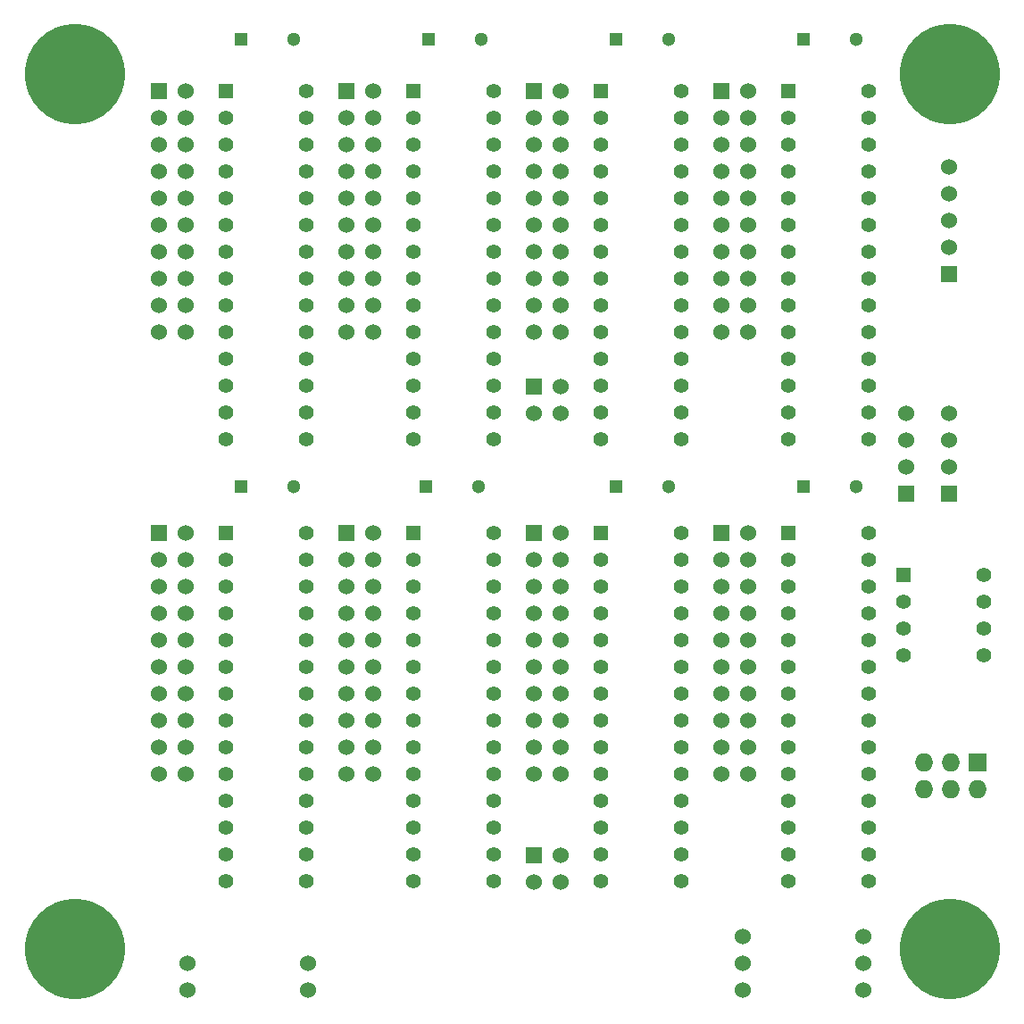
<source format=gbs>
G04 #@! TF.FileFunction,Soldermask,Bot*
%FSLAX46Y46*%
G04 Gerber Fmt 4.6, Leading zero omitted, Abs format (unit mm)*
G04 Created by KiCad (PCBNEW (after 2015-mar-04 BZR unknown)-product) date 6/26/2015 7:37:56 AM*
%MOMM*%
G01*
G04 APERTURE LIST*
%ADD10C,0.150000*%
%ADD11R,1.524000X1.524000*%
%ADD12C,1.524000*%
%ADD13C,9.525000*%
%ADD14C,1.397000*%
%ADD15R,1.397000X1.397000*%
%ADD16R,1.300000X1.300000*%
%ADD17C,1.300000*%
%ADD18R,1.727200X1.727200*%
%ADD19O,1.727200X1.727200*%
G04 APERTURE END LIST*
D10*
D11*
X139869000Y-95753000D03*
D12*
X139869000Y-93213000D03*
X139869000Y-90673000D03*
X139869000Y-88133000D03*
D13*
X61000000Y-56000000D03*
X144000000Y-56000000D03*
X61000000Y-139000000D03*
X144000000Y-139000000D03*
D11*
X122310000Y-57620000D03*
D12*
X124850000Y-57620000D03*
X122310000Y-60160000D03*
X124850000Y-60160000D03*
X122310000Y-62700000D03*
X124850000Y-62700000D03*
X122310000Y-65240000D03*
X124850000Y-65240000D03*
X122310000Y-67780000D03*
X124850000Y-67780000D03*
X122310000Y-70320000D03*
X124850000Y-70320000D03*
X122310000Y-72860000D03*
X124850000Y-72860000D03*
X122310000Y-75400000D03*
X124850000Y-75400000D03*
X122310000Y-77940000D03*
X124850000Y-77940000D03*
X122310000Y-80480000D03*
X124850000Y-80480000D03*
D11*
X104530000Y-57620000D03*
D12*
X107070000Y-57620000D03*
X104530000Y-60160000D03*
X107070000Y-60160000D03*
X104530000Y-62700000D03*
X107070000Y-62700000D03*
X104530000Y-65240000D03*
X107070000Y-65240000D03*
X104530000Y-67780000D03*
X107070000Y-67780000D03*
X104530000Y-70320000D03*
X107070000Y-70320000D03*
X104530000Y-72860000D03*
X107070000Y-72860000D03*
X104530000Y-75400000D03*
X107070000Y-75400000D03*
X104530000Y-77940000D03*
X107070000Y-77940000D03*
X104530000Y-80480000D03*
X107070000Y-80480000D03*
D11*
X86750000Y-57620000D03*
D12*
X89290000Y-57620000D03*
X86750000Y-60160000D03*
X89290000Y-60160000D03*
X86750000Y-62700000D03*
X89290000Y-62700000D03*
X86750000Y-65240000D03*
X89290000Y-65240000D03*
X86750000Y-67780000D03*
X89290000Y-67780000D03*
X86750000Y-70320000D03*
X89290000Y-70320000D03*
X86750000Y-72860000D03*
X89290000Y-72860000D03*
X86750000Y-75400000D03*
X89290000Y-75400000D03*
X86750000Y-77940000D03*
X89290000Y-77940000D03*
X86750000Y-80480000D03*
X89290000Y-80480000D03*
D11*
X68970000Y-57620000D03*
D12*
X71510000Y-57620000D03*
X68970000Y-60160000D03*
X71510000Y-60160000D03*
X68970000Y-62700000D03*
X71510000Y-62700000D03*
X68970000Y-65240000D03*
X71510000Y-65240000D03*
X68970000Y-67780000D03*
X71510000Y-67780000D03*
X68970000Y-70320000D03*
X71510000Y-70320000D03*
X68970000Y-72860000D03*
X71510000Y-72860000D03*
X68970000Y-75400000D03*
X71510000Y-75400000D03*
X68970000Y-77940000D03*
X71510000Y-77940000D03*
X68970000Y-80480000D03*
X71510000Y-80480000D03*
D11*
X143933000Y-95753000D03*
D12*
X143933000Y-93213000D03*
X143933000Y-90673000D03*
X143933000Y-88133000D03*
D11*
X86750000Y-99530000D03*
D12*
X89290000Y-99530000D03*
X86750000Y-102070000D03*
X89290000Y-102070000D03*
X86750000Y-104610000D03*
X89290000Y-104610000D03*
X86750000Y-107150000D03*
X89290000Y-107150000D03*
X86750000Y-109690000D03*
X89290000Y-109690000D03*
X86750000Y-112230000D03*
X89290000Y-112230000D03*
X86750000Y-114770000D03*
X89290000Y-114770000D03*
X86750000Y-117310000D03*
X89290000Y-117310000D03*
X86750000Y-119850000D03*
X89290000Y-119850000D03*
X86750000Y-122390000D03*
X89290000Y-122390000D03*
D11*
X104530000Y-99530000D03*
D12*
X107070000Y-99530000D03*
X104530000Y-102070000D03*
X107070000Y-102070000D03*
X104530000Y-104610000D03*
X107070000Y-104610000D03*
X104530000Y-107150000D03*
X107070000Y-107150000D03*
X104530000Y-109690000D03*
X107070000Y-109690000D03*
X104530000Y-112230000D03*
X107070000Y-112230000D03*
X104530000Y-114770000D03*
X107070000Y-114770000D03*
X104530000Y-117310000D03*
X107070000Y-117310000D03*
X104530000Y-119850000D03*
X107070000Y-119850000D03*
X104530000Y-122390000D03*
X107070000Y-122390000D03*
D11*
X122310000Y-99530000D03*
D12*
X124850000Y-99530000D03*
X122310000Y-102070000D03*
X124850000Y-102070000D03*
X122310000Y-104610000D03*
X124850000Y-104610000D03*
X122310000Y-107150000D03*
X124850000Y-107150000D03*
X122310000Y-109690000D03*
X124850000Y-109690000D03*
X122310000Y-112230000D03*
X124850000Y-112230000D03*
X122310000Y-114770000D03*
X124850000Y-114770000D03*
X122310000Y-117310000D03*
X124850000Y-117310000D03*
X122310000Y-119850000D03*
X124850000Y-119850000D03*
X122310000Y-122390000D03*
X124850000Y-122390000D03*
D11*
X104563000Y-130043000D03*
D12*
X107103000Y-130043000D03*
X104563000Y-132583000D03*
X107103000Y-132583000D03*
D11*
X104563000Y-85593000D03*
D12*
X107103000Y-85593000D03*
X104563000Y-88133000D03*
X107103000Y-88133000D03*
D11*
X68970000Y-99530000D03*
D12*
X71510000Y-99530000D03*
X68970000Y-102070000D03*
X71510000Y-102070000D03*
X68970000Y-104610000D03*
X71510000Y-104610000D03*
X68970000Y-107150000D03*
X71510000Y-107150000D03*
X68970000Y-109690000D03*
X71510000Y-109690000D03*
X68970000Y-112230000D03*
X71510000Y-112230000D03*
X68970000Y-114770000D03*
X71510000Y-114770000D03*
X68970000Y-117310000D03*
X71510000Y-117310000D03*
X68970000Y-119850000D03*
X71510000Y-119850000D03*
X68970000Y-122390000D03*
X71510000Y-122390000D03*
D11*
X143933000Y-74925000D03*
D12*
X143933000Y-72385000D03*
X143933000Y-69845000D03*
X143933000Y-67305000D03*
X143933000Y-64765000D03*
X71670000Y-140330000D03*
X83100000Y-140330000D03*
X71670000Y-142870000D03*
X83100000Y-142870000D03*
X135805000Y-140330000D03*
X124375000Y-140330000D03*
X135805000Y-137790000D03*
X124375000Y-137790000D03*
D14*
X75320000Y-60160000D03*
X75320000Y-62700000D03*
X75320000Y-65240000D03*
X75320000Y-67780000D03*
X75320000Y-70320000D03*
X75320000Y-72860000D03*
X75320000Y-75400000D03*
X75320000Y-77940000D03*
X75320000Y-80480000D03*
X75320000Y-83020000D03*
X75320000Y-85560000D03*
X75320000Y-88100000D03*
X75320000Y-90640000D03*
D15*
X75320000Y-57620000D03*
D14*
X82940000Y-90640000D03*
X82940000Y-88100000D03*
X82940000Y-85560000D03*
X82940000Y-83020000D03*
X82940000Y-80480000D03*
X82940000Y-77940000D03*
X82940000Y-75400000D03*
X82940000Y-72860000D03*
X82940000Y-70320000D03*
X82940000Y-67780000D03*
X82940000Y-65240000D03*
X82940000Y-62700000D03*
X82940000Y-60160000D03*
X82940000Y-57620000D03*
X93100000Y-60160000D03*
X93100000Y-62700000D03*
X93100000Y-65240000D03*
X93100000Y-67780000D03*
X93100000Y-70320000D03*
X93100000Y-72860000D03*
X93100000Y-75400000D03*
X93100000Y-77940000D03*
X93100000Y-80480000D03*
X93100000Y-83020000D03*
X93100000Y-85560000D03*
X93100000Y-88100000D03*
X93100000Y-90640000D03*
D15*
X93100000Y-57620000D03*
D14*
X100720000Y-90640000D03*
X100720000Y-88100000D03*
X100720000Y-85560000D03*
X100720000Y-83020000D03*
X100720000Y-80480000D03*
X100720000Y-77940000D03*
X100720000Y-75400000D03*
X100720000Y-72860000D03*
X100720000Y-70320000D03*
X100720000Y-67780000D03*
X100720000Y-65240000D03*
X100720000Y-62700000D03*
X100720000Y-60160000D03*
X100720000Y-57620000D03*
X110880000Y-60160000D03*
X110880000Y-62700000D03*
X110880000Y-65240000D03*
X110880000Y-67780000D03*
X110880000Y-70320000D03*
X110880000Y-72860000D03*
X110880000Y-75400000D03*
X110880000Y-77940000D03*
X110880000Y-80480000D03*
X110880000Y-83020000D03*
X110880000Y-85560000D03*
X110880000Y-88100000D03*
X110880000Y-90640000D03*
D15*
X110880000Y-57620000D03*
D14*
X118500000Y-90640000D03*
X118500000Y-88100000D03*
X118500000Y-85560000D03*
X118500000Y-83020000D03*
X118500000Y-80480000D03*
X118500000Y-77940000D03*
X118500000Y-75400000D03*
X118500000Y-72860000D03*
X118500000Y-70320000D03*
X118500000Y-67780000D03*
X118500000Y-65240000D03*
X118500000Y-62700000D03*
X118500000Y-60160000D03*
X118500000Y-57620000D03*
X128660000Y-60160000D03*
X128660000Y-62700000D03*
X128660000Y-65240000D03*
X128660000Y-67780000D03*
X128660000Y-70320000D03*
X128660000Y-72860000D03*
X128660000Y-75400000D03*
X128660000Y-77940000D03*
X128660000Y-80480000D03*
X128660000Y-83020000D03*
X128660000Y-85560000D03*
X128660000Y-88100000D03*
X128660000Y-90640000D03*
D15*
X128660000Y-57620000D03*
D14*
X136280000Y-90640000D03*
X136280000Y-88100000D03*
X136280000Y-85560000D03*
X136280000Y-83020000D03*
X136280000Y-80480000D03*
X136280000Y-77940000D03*
X136280000Y-75400000D03*
X136280000Y-72860000D03*
X136280000Y-70320000D03*
X136280000Y-67780000D03*
X136280000Y-65240000D03*
X136280000Y-62700000D03*
X136280000Y-60160000D03*
X136280000Y-57620000D03*
X75320000Y-102070000D03*
X75320000Y-104610000D03*
X75320000Y-107150000D03*
X75320000Y-109690000D03*
X75320000Y-112230000D03*
X75320000Y-114770000D03*
X75320000Y-117310000D03*
X75320000Y-119850000D03*
X75320000Y-122390000D03*
X75320000Y-124930000D03*
X75320000Y-127470000D03*
X75320000Y-130010000D03*
X75320000Y-132550000D03*
D15*
X75320000Y-99530000D03*
D14*
X82940000Y-132550000D03*
X82940000Y-130010000D03*
X82940000Y-127470000D03*
X82940000Y-124930000D03*
X82940000Y-122390000D03*
X82940000Y-119850000D03*
X82940000Y-117310000D03*
X82940000Y-114770000D03*
X82940000Y-112230000D03*
X82940000Y-109690000D03*
X82940000Y-107150000D03*
X82940000Y-104610000D03*
X82940000Y-102070000D03*
X82940000Y-99530000D03*
X93100000Y-102070000D03*
X93100000Y-104610000D03*
X93100000Y-107150000D03*
X93100000Y-109690000D03*
X93100000Y-112230000D03*
X93100000Y-114770000D03*
X93100000Y-117310000D03*
X93100000Y-119850000D03*
X93100000Y-122390000D03*
X93100000Y-124930000D03*
X93100000Y-127470000D03*
X93100000Y-130010000D03*
X93100000Y-132550000D03*
D15*
X93100000Y-99530000D03*
D14*
X100720000Y-132550000D03*
X100720000Y-130010000D03*
X100720000Y-127470000D03*
X100720000Y-124930000D03*
X100720000Y-122390000D03*
X100720000Y-119850000D03*
X100720000Y-117310000D03*
X100720000Y-114770000D03*
X100720000Y-112230000D03*
X100720000Y-109690000D03*
X100720000Y-107150000D03*
X100720000Y-104610000D03*
X100720000Y-102070000D03*
X100720000Y-99530000D03*
X110880000Y-102070000D03*
X110880000Y-104610000D03*
X110880000Y-107150000D03*
X110880000Y-109690000D03*
X110880000Y-112230000D03*
X110880000Y-114770000D03*
X110880000Y-117310000D03*
X110880000Y-119850000D03*
X110880000Y-122390000D03*
X110880000Y-124930000D03*
X110880000Y-127470000D03*
X110880000Y-130010000D03*
X110880000Y-132550000D03*
D15*
X110880000Y-99530000D03*
D14*
X118500000Y-132550000D03*
X118500000Y-130010000D03*
X118500000Y-127470000D03*
X118500000Y-124930000D03*
X118500000Y-122390000D03*
X118500000Y-119850000D03*
X118500000Y-117310000D03*
X118500000Y-114770000D03*
X118500000Y-112230000D03*
X118500000Y-109690000D03*
X118500000Y-107150000D03*
X118500000Y-104610000D03*
X118500000Y-102070000D03*
X118500000Y-99530000D03*
X128660000Y-102070000D03*
X128660000Y-104610000D03*
X128660000Y-107150000D03*
X128660000Y-109690000D03*
X128660000Y-112230000D03*
X128660000Y-114770000D03*
X128660000Y-117310000D03*
X128660000Y-119850000D03*
X128660000Y-122390000D03*
X128660000Y-124930000D03*
X128660000Y-127470000D03*
X128660000Y-130010000D03*
X128660000Y-132550000D03*
D15*
X128660000Y-99530000D03*
D14*
X136280000Y-132550000D03*
X136280000Y-130010000D03*
X136280000Y-127470000D03*
X136280000Y-124930000D03*
X136280000Y-122390000D03*
X136280000Y-119850000D03*
X136280000Y-117310000D03*
X136280000Y-114770000D03*
X136280000Y-112230000D03*
X136280000Y-109690000D03*
X136280000Y-107150000D03*
X136280000Y-104610000D03*
X136280000Y-102070000D03*
X136280000Y-99530000D03*
D15*
X139615000Y-103500000D03*
D14*
X139615000Y-106040000D03*
X139615000Y-108580000D03*
X139615000Y-111120000D03*
X147235000Y-111120000D03*
X147235000Y-108580000D03*
X147235000Y-106040000D03*
X147235000Y-103500000D03*
D16*
X76750000Y-52700000D03*
D17*
X81750000Y-52700000D03*
D16*
X94530000Y-52700000D03*
D17*
X99530000Y-52700000D03*
D16*
X112310000Y-52700000D03*
D17*
X117310000Y-52700000D03*
D16*
X130090000Y-52700000D03*
D17*
X135090000Y-52700000D03*
D16*
X76750000Y-95118000D03*
D17*
X81750000Y-95118000D03*
D16*
X94276000Y-95118000D03*
D17*
X99276000Y-95118000D03*
D16*
X112310000Y-95118000D03*
D17*
X117310000Y-95118000D03*
D16*
X130090000Y-95118000D03*
D17*
X135090000Y-95118000D03*
D18*
X146600000Y-121280000D03*
D19*
X146600000Y-123820000D03*
X144060000Y-121280000D03*
X144060000Y-123820000D03*
X141520000Y-121280000D03*
X141520000Y-123820000D03*
D12*
X124375000Y-142870000D03*
X135805000Y-142870000D03*
M02*

</source>
